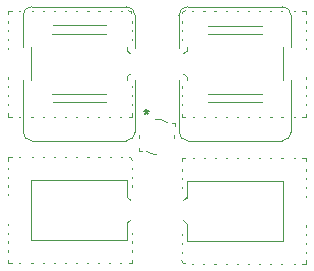
<source format=gbr>
%TF.GenerationSoftware,KiCad,Pcbnew,(6.0.2)*%
%TF.CreationDate,2022-07-09T21:30:07+01:00*%
%TF.ProjectId,universal pcb,756e6976-6572-4736-916c-207063622e6b,rev?*%
%TF.SameCoordinates,Original*%
%TF.FileFunction,Legend,Top*%
%TF.FilePolarity,Positive*%
%FSLAX46Y46*%
G04 Gerber Fmt 4.6, Leading zero omitted, Abs format (unit mm)*
G04 Created by KiCad (PCBNEW (6.0.2)) date 2022-07-09 21:30:07*
%MOMM*%
%LPD*%
G01*
G04 APERTURE LIST*
%ADD10C,0.150000*%
%ADD11C,0.120000*%
G04 APERTURE END LIST*
D10*
%TO.C,REF\u002A\u002A*%
X14100000Y-8902380D02*
X14100000Y-9140476D01*
X13861904Y-9045238D02*
X14100000Y-9140476D01*
X14338095Y-9045238D01*
X13957142Y-9330952D02*
X14100000Y-9140476D01*
X14242857Y-9330952D01*
D11*
%TO.C,THONKISWITCHPOT\u002A\u002A*%
X2400000Y-2955000D02*
X2400000Y-3055000D01*
X3650000Y-1555000D02*
X3650000Y-3605000D01*
X12400000Y-205000D02*
X4400000Y-205000D01*
X13150000Y-10805000D02*
X13150000Y-6405000D01*
X4470000Y-9555000D02*
X4370000Y-9555000D01*
X10140000Y-555000D02*
X10040000Y-555000D01*
X11050000Y-9555000D02*
X10950000Y-9555000D01*
X2400000Y-9555000D02*
X2700000Y-9555000D01*
X2400000Y-2205000D02*
X2400000Y-2305000D01*
X5440000Y-555000D02*
X5340000Y-555000D01*
X12900000Y-9555000D02*
X12600000Y-9555000D01*
X12900000Y-1455000D02*
X12900000Y-1555000D01*
X10110000Y-9555000D02*
X10010000Y-9555000D01*
X12900000Y-9555000D02*
X12900000Y-9255000D01*
X2400000Y-6955000D02*
X2400000Y-7055000D01*
X12900000Y-6955000D02*
X12900000Y-7055000D01*
X3650000Y-9805000D02*
X3650000Y-10055000D01*
X13150000Y-955000D02*
X13150000Y-3705000D01*
X7320000Y-555000D02*
X7220000Y-555000D01*
X3300000Y-555000D02*
X3400000Y-555000D01*
X9170000Y-9555000D02*
X9070000Y-9555000D01*
X3650000Y-10805000D02*
X3650000Y-6405000D01*
X10650000Y-7595000D02*
X6150000Y-7595000D01*
X6380000Y-555000D02*
X6280000Y-555000D01*
X10650000Y-2515000D02*
X6150000Y-2515000D01*
X12465000Y-3655000D02*
X12465000Y-3955000D01*
X2400000Y-6205000D02*
X2400000Y-6305000D01*
X9200000Y-555000D02*
X9100000Y-555000D01*
X12900000Y-8455000D02*
X12900000Y-8555000D01*
X2400000Y-3705000D02*
X2400000Y-3805000D01*
X2400000Y-9555000D02*
X2400000Y-9255000D01*
X4335000Y-3655000D02*
X4335000Y-6455000D01*
X8230000Y-9555000D02*
X8130000Y-9555000D01*
X11990000Y-9555000D02*
X11890000Y-9555000D01*
X12900000Y-7705000D02*
X12900000Y-7805000D01*
X12900000Y-2205000D02*
X12900000Y-2305000D01*
X6200000Y-1755000D02*
X10700000Y-1755000D01*
X4500000Y-555000D02*
X4400000Y-555000D01*
X2400000Y-1455000D02*
X2400000Y-1555000D01*
X10700000Y-8255000D02*
X6200000Y-8255000D01*
X12900000Y-2205000D02*
X12900000Y-2305000D01*
X3650000Y-955000D02*
X3650000Y-1555000D01*
X2400000Y-8455000D02*
X2400000Y-8555000D01*
X12020000Y-555000D02*
X11920000Y-555000D01*
X3300000Y-9555000D02*
X3400000Y-9555000D01*
X12400000Y-11555000D02*
X4400000Y-11555000D01*
X7290000Y-9555000D02*
X7190000Y-9555000D01*
X12465000Y-6455000D02*
X12465000Y-6155000D01*
X11080000Y-555000D02*
X10980000Y-555000D01*
X12900000Y-2955000D02*
X12900000Y-3055000D01*
X8260000Y-555000D02*
X8160000Y-555000D01*
X2400000Y-2205000D02*
X2400000Y-2305000D01*
X2400000Y-555000D02*
X2400000Y-855000D01*
X5410000Y-9555000D02*
X5310000Y-9555000D01*
X2400000Y-7705000D02*
X2400000Y-7805000D01*
X6350000Y-9555000D02*
X6250000Y-9555000D01*
X2400000Y-555000D02*
X2700000Y-555000D01*
X12900000Y-855000D02*
G75*
G03*
X12600000Y-555000I-300000J0D01*
G01*
X13150000Y-955000D02*
G75*
G03*
X12400000Y-205000I-750000J0D01*
G01*
X12400000Y-11555000D02*
G75*
G03*
X13150000Y-10805000I0J750000D01*
G01*
X4400000Y-205000D02*
G75*
G03*
X3650000Y-955000I0J-750000D01*
G01*
X3650000Y-10805000D02*
G75*
G03*
X4400000Y-11555000I750000J0D01*
G01*
X12464997Y-6154997D02*
G75*
G03*
X12757922Y-5912088I-664997J1099997D01*
G01*
X12757925Y-4197909D02*
G75*
G03*
X12465000Y-3955000I-957922J-857088D01*
G01*
X16855000Y-10810000D02*
X16855000Y-6410000D01*
X27605000Y-560000D02*
X27305000Y-560000D01*
X16855000Y-960000D02*
X16855000Y-3710000D01*
X18015000Y-9560000D02*
X18115000Y-9560000D01*
X23855000Y-2520000D02*
X19355000Y-2520000D01*
X19895000Y-9560000D02*
X19995000Y-9560000D01*
X17605000Y-11560000D02*
X25605000Y-11560000D01*
X26355000Y-9810000D02*
X26355000Y-10060000D01*
X17605000Y-210000D02*
X25605000Y-210000D01*
X17105000Y-2960000D02*
X17105000Y-3060000D01*
X17540000Y-6460000D02*
X17540000Y-6160000D01*
X24565000Y-560000D02*
X24665000Y-560000D01*
X27605000Y-3710000D02*
X27605000Y-3810000D01*
X17985000Y-560000D02*
X18085000Y-560000D01*
X19355000Y-8310000D02*
X23855000Y-8310000D01*
X27605000Y-6210000D02*
X27605000Y-6310000D01*
X17540000Y-3660000D02*
X17540000Y-3960000D01*
X27605000Y-8460000D02*
X27605000Y-8560000D01*
X27605000Y-2210000D02*
X27605000Y-2310000D01*
X21775000Y-9560000D02*
X21875000Y-9560000D01*
X17105000Y-6960000D02*
X17105000Y-7060000D01*
X17105000Y-8460000D02*
X17105000Y-8560000D01*
X27605000Y-6960000D02*
X27605000Y-7060000D01*
X20805000Y-560000D02*
X20905000Y-560000D01*
X21745000Y-560000D02*
X21845000Y-560000D01*
X23655000Y-9560000D02*
X23755000Y-9560000D01*
X17105000Y-2210000D02*
X17105000Y-2310000D01*
X22685000Y-560000D02*
X22785000Y-560000D01*
X17105000Y-7710000D02*
X17105000Y-7810000D01*
X27605000Y-2960000D02*
X27605000Y-3060000D01*
X23855000Y-7600000D02*
X19355000Y-7600000D01*
X27605000Y-2210000D02*
X27605000Y-2310000D01*
X26705000Y-560000D02*
X26605000Y-560000D01*
X23855000Y-1810000D02*
X19355000Y-1810000D01*
X26355000Y-10810000D02*
X26355000Y-6410000D01*
X26355000Y-960000D02*
X26355000Y-1560000D01*
X27605000Y-560000D02*
X27605000Y-860000D01*
X20835000Y-9560000D02*
X20935000Y-9560000D01*
X27605000Y-1460000D02*
X27605000Y-1560000D01*
X27605000Y-9560000D02*
X27605000Y-9260000D01*
X25535000Y-9560000D02*
X25635000Y-9560000D01*
X26355000Y-1560000D02*
X26355000Y-3610000D01*
X25670000Y-3660000D02*
X25670000Y-6460000D01*
X22715000Y-9560000D02*
X22815000Y-9560000D01*
X25505000Y-560000D02*
X25605000Y-560000D01*
X18925000Y-560000D02*
X19025000Y-560000D01*
X27605000Y-9560000D02*
X27305000Y-9560000D01*
X18955000Y-9560000D02*
X19055000Y-9560000D01*
X19865000Y-560000D02*
X19965000Y-560000D01*
X17105000Y-9560000D02*
X17405000Y-9560000D01*
X26705000Y-9560000D02*
X26605000Y-9560000D01*
X17105000Y-9560000D02*
X17105000Y-9260000D01*
X23625000Y-560000D02*
X23725000Y-560000D01*
X17105000Y-2210000D02*
X17105000Y-2310000D01*
X27605000Y-7710000D02*
X27605000Y-7810000D01*
X17105000Y-1460000D02*
X17105000Y-1560000D01*
X24595000Y-9560000D02*
X24695000Y-9560000D01*
X16855000Y-10810000D02*
G75*
G03*
X17605000Y-11560000I750000J0D01*
G01*
X17247078Y-5917088D02*
G75*
G03*
X17540003Y-6159997I957922J857088D01*
G01*
X17540000Y-3960000D02*
G75*
G03*
X17247075Y-4202909I664997J-1099997D01*
G01*
X25605000Y-11560000D02*
G75*
G03*
X26355000Y-10810000I0J750000D01*
G01*
X17605000Y-210000D02*
G75*
G03*
X16855000Y-960000I0J-750000D01*
G01*
X17405000Y-560000D02*
G75*
G03*
X17105000Y-860000I0J-300000D01*
G01*
X26355000Y-960000D02*
G75*
G03*
X25605000Y-210000I-750000J0D01*
G01*
%TO.C,THONK*%
X12900000Y-19345000D02*
X12900000Y-19445000D01*
X7320000Y-12945000D02*
X7220000Y-12945000D01*
X17100000Y-15585000D02*
X17100000Y-15485000D01*
X27600000Y-20335000D02*
X27600000Y-20235000D01*
X12900000Y-20095000D02*
X12900000Y-20195000D01*
X8230000Y-21945000D02*
X8130000Y-21945000D01*
X25500000Y-21985000D02*
X25600000Y-21985000D01*
X27600000Y-21985000D02*
X27600000Y-21685000D01*
X20830000Y-12985000D02*
X20930000Y-12985000D01*
X11080000Y-12945000D02*
X10980000Y-12945000D01*
X27600000Y-16335000D02*
X27600000Y-16235000D01*
X12900000Y-13845000D02*
X12900000Y-13945000D01*
X27600000Y-12985000D02*
X27300000Y-12985000D01*
X18920000Y-21985000D02*
X19020000Y-21985000D01*
X11050000Y-21945000D02*
X10950000Y-21945000D01*
X2400000Y-21945000D02*
X2700000Y-21945000D01*
X27600000Y-21985000D02*
X27300000Y-21985000D01*
X19860000Y-21985000D02*
X19960000Y-21985000D01*
X2400000Y-20095000D02*
X2400000Y-20195000D01*
X23620000Y-21985000D02*
X23720000Y-21985000D01*
X12465000Y-14905000D02*
X12465000Y-16345000D01*
X4500000Y-12945000D02*
X4400000Y-12945000D01*
X2400000Y-16095000D02*
X2400000Y-16195000D01*
X17980000Y-21985000D02*
X18080000Y-21985000D01*
X27600000Y-14085000D02*
X27600000Y-13985000D01*
X2400000Y-15345000D02*
X2400000Y-15445000D01*
X5410000Y-21945000D02*
X5310000Y-21945000D01*
X12900000Y-20845000D02*
X12900000Y-20945000D01*
X7290000Y-21945000D02*
X7190000Y-21945000D01*
X6380000Y-12945000D02*
X6280000Y-12945000D01*
X24560000Y-21985000D02*
X24660000Y-21985000D01*
X27600000Y-21085000D02*
X27600000Y-20985000D01*
X17100000Y-19585000D02*
X17100000Y-19485000D01*
X2400000Y-12945000D02*
X2700000Y-12945000D01*
X26700000Y-21985000D02*
X26600000Y-21985000D01*
X12900000Y-15345000D02*
X12900000Y-15445000D01*
X5440000Y-12945000D02*
X5340000Y-12945000D01*
X12465000Y-19985000D02*
X4335000Y-19985000D01*
X18010000Y-12985000D02*
X18110000Y-12985000D01*
X2400000Y-21945000D02*
X2400000Y-21645000D01*
X12900000Y-14595000D02*
X12900000Y-14695000D01*
X2400000Y-12945000D02*
X2400000Y-13245000D01*
X2400000Y-13845000D02*
X2400000Y-13945000D01*
X12900000Y-21945000D02*
X12900000Y-21645000D01*
X22710000Y-12985000D02*
X22810000Y-12985000D01*
X22680000Y-21985000D02*
X22780000Y-21985000D01*
X12900000Y-14595000D02*
X12900000Y-14695000D01*
X2400000Y-20845000D02*
X2400000Y-20945000D01*
X6350000Y-21945000D02*
X6250000Y-21945000D01*
X4335000Y-14905000D02*
X12465000Y-14905000D01*
X27600000Y-19585000D02*
X27600000Y-19485000D01*
X17100000Y-20335000D02*
X17100000Y-20235000D01*
X25530000Y-12985000D02*
X25630000Y-12985000D01*
X12465000Y-19985000D02*
X12465000Y-18545000D01*
X25665000Y-20025000D02*
X25665000Y-14945000D01*
X2400000Y-14595000D02*
X2400000Y-14695000D01*
X17535000Y-14945000D02*
X25665000Y-14945000D01*
X8260000Y-12945000D02*
X8160000Y-12945000D01*
X21740000Y-21985000D02*
X21840000Y-21985000D01*
X4335000Y-14905000D02*
X4335000Y-19985000D01*
X17100000Y-12985000D02*
X17100000Y-13285000D01*
X23650000Y-12985000D02*
X23750000Y-12985000D01*
X21770000Y-12985000D02*
X21870000Y-12985000D01*
X17535000Y-14945000D02*
X17535000Y-16385000D01*
X3300000Y-21945000D02*
X3400000Y-21945000D01*
X27600000Y-18835000D02*
X27600000Y-18735000D01*
X2400000Y-18595000D02*
X2400000Y-18695000D01*
X9200000Y-12945000D02*
X9100000Y-12945000D01*
X3300000Y-12945000D02*
X3400000Y-12945000D01*
X24590000Y-12985000D02*
X24690000Y-12985000D01*
X18950000Y-12985000D02*
X19050000Y-12985000D01*
X17100000Y-14835000D02*
X17100000Y-14735000D01*
X10110000Y-21945000D02*
X10010000Y-21945000D01*
X27600000Y-14835000D02*
X27600000Y-14735000D01*
X10140000Y-12945000D02*
X10040000Y-12945000D01*
X19890000Y-12985000D02*
X19990000Y-12985000D01*
X25665000Y-20025000D02*
X17535000Y-20025000D01*
X27600000Y-20335000D02*
X27600000Y-20235000D01*
X20800000Y-21985000D02*
X20900000Y-21985000D01*
X4470000Y-21945000D02*
X4370000Y-21945000D01*
X27600000Y-12985000D02*
X27600000Y-13285000D01*
X17535000Y-20025000D02*
X17535000Y-18585000D01*
X26700000Y-12985000D02*
X26600000Y-12985000D01*
X12900000Y-21945000D02*
X12600000Y-21945000D01*
X2400000Y-19345000D02*
X2400000Y-19445000D01*
X17100000Y-12985000D02*
X17400000Y-12985000D01*
X17100000Y-14085000D02*
X17100000Y-13985000D01*
X27600000Y-15585000D02*
X27600000Y-15485000D01*
X12020000Y-12945000D02*
X11920000Y-12945000D01*
X9170000Y-21945000D02*
X9070000Y-21945000D01*
X11990000Y-21945000D02*
X11890000Y-21945000D01*
X17100000Y-21085000D02*
X17100000Y-20985000D01*
X17100000Y-20335000D02*
X17100000Y-20235000D01*
X2400000Y-14595000D02*
X2400000Y-14695000D01*
X12757925Y-16587909D02*
G75*
G03*
X12465000Y-16345000I-957922J-857088D01*
G01*
X17100000Y-21685000D02*
G75*
G03*
X17400000Y-21985000I300000J0D01*
G01*
X12900000Y-13245000D02*
G75*
G03*
X12600000Y-12945000I-300000J0D01*
G01*
X12464997Y-18544997D02*
G75*
G03*
X12757922Y-18302088I-664997J1099997D01*
G01*
X17242075Y-18342091D02*
G75*
G03*
X17535000Y-18585000I957922J857088D01*
G01*
X17535003Y-16385003D02*
G75*
G03*
X17242078Y-16627912I664997J-1099997D01*
G01*
%TO.C,REF\u002A\u002A*%
X16550000Y-10050000D02*
X16550000Y-10350000D01*
X16550000Y-10050000D02*
X16250000Y-10050000D01*
X13450000Y-12450000D02*
X13750000Y-12450000D01*
X13450000Y-12450000D02*
X13450000Y-12150000D01*
X15915762Y-10061985D02*
G75*
G03*
X14850000Y-9750000I-932779J-1210086D01*
G01*
X14084238Y-12438015D02*
G75*
G03*
X15000000Y-12750000I915762J1188015D01*
G01*
X16500000Y-11400000D02*
G75*
G03*
X16500000Y-11100000I-1500069J150000D01*
G01*
X13500254Y-11097483D02*
G75*
G03*
X13500000Y-11400000I1499692J-152518D01*
G01*
%TD*%
M02*

</source>
